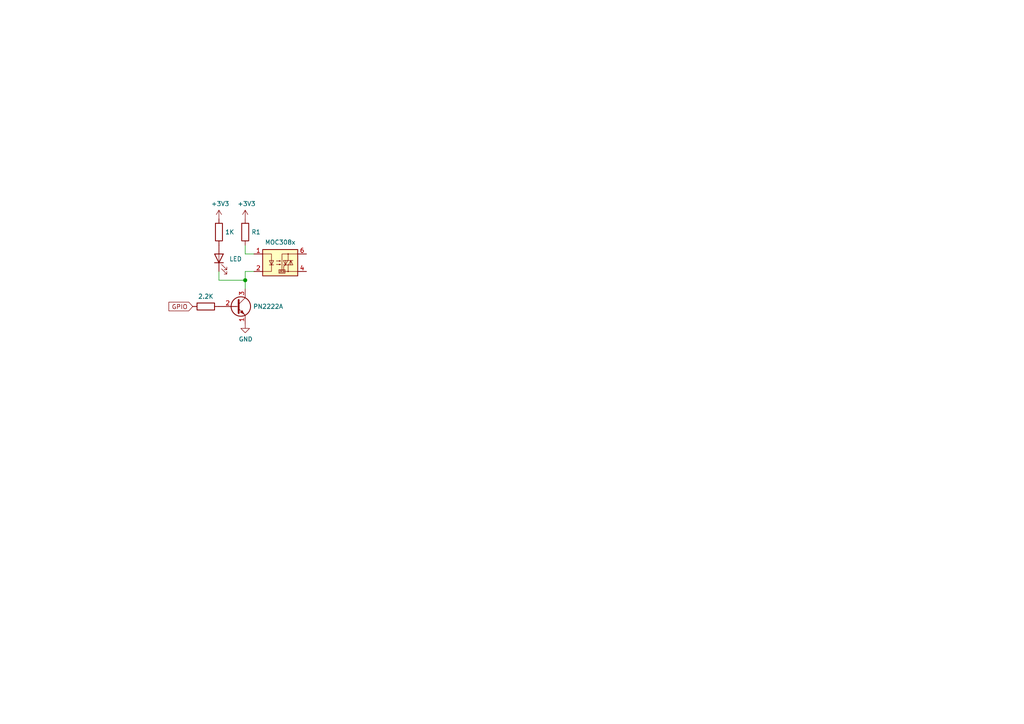
<source format=kicad_sch>
(kicad_sch (version 20211123) (generator eeschema)
  (paper "A4")
  (lib_symbols
    (symbol "Device:LED" (pin_numbers hide) (pin_names (offset 1.016) hide)
      (property "Reference" "D" (at 0 2.54 0))
      (property "Value" "LED" (at 0 -2.54 0))
      (symbol "LED_0_1"
        (polyline (pts (xy -1.27 -1.27) (xy -1.27 1.27)) (stroke (width 0.254)))
        (polyline (pts (xy -1.27 0) (xy 1.27 0)))
        (polyline (pts (xy 1.27 -1.27) (xy 1.27 1.27) (xy -1.27 0) (xy 1.27 -1.27)) (stroke (width 0.254)))
        (polyline (pts (xy -3.048 -0.762) (xy -4.572 -2.286) (xy -3.81 -2.286) (xy -4.572 -2.286) (xy -4.572 -1.524)))
        (polyline (pts (xy -1.778 -0.762) (xy -3.302 -2.286) (xy -2.54 -2.286) (xy -3.302 -2.286) (xy -3.302 -1.524)))
      )
      (symbol "LED_1_1"
        (pin passive line (at -3.81 0 0) (length 2.54) (name "K") (number "1"))
        (pin passive line (at 3.81 0 180) (length 2.54) (name "A") (number "2"))
      )
    )
    (symbol "Device:R" (pin_numbers hide) (pin_names (offset 0))
      (property "Reference" "R" (at 2.032 0 90))
      (property "Value" "R" (at 0 0 90))
      (symbol "R_0_1"
        (rectangle (start -1.016 -2.54) (end 1.016 2.54) (stroke (width 0.254)))
      )
      (symbol "R_1_1"
        (pin passive line (at 0 3.81 270) (length 1.27) (name "~") (number "1"))
        (pin passive line (at 0 -3.81 90) (length 1.27) (name "~") (number "2"))
      )
    )
    (symbol "Relay_SolidState:MOC3083M"
      (property "Reference" "U" (at -5.08 5.08 0))
      (property "Value" "MOC3083M" (at 0 5.08 0))
      (symbol "MOC3083M_0_0"
        (rectangle (start -0.381 -2.032) (end 1.397 -3.048))
        (polyline (pts (xy 2.286 -2.54) (xy 1.397 -2.54)))
        (polyline (pts (xy 1.524 -0.635) (xy 1.016 -1.016) (xy 1.016 -2.032)))
        (text "ZCD" (at 0.508 -2.54 0) (effects (font (size 0.508 0.508))))
      )
      (symbol "MOC3083M_0_1"
        (rectangle (start -5.08 3.81) (end 5.08 -3.81) (stroke (width 0.254)) (fill (type background)))
        (polyline (pts (xy -3.175 -0.635) (xy -1.905 -0.635)))
        (polyline (pts (xy 1.524 -0.635) (xy 1.524 0.635)))
        (polyline (pts (xy 3.048 0.635) (xy 3.048 -0.635)))
        (polyline (pts (xy 2.286 -0.635) (xy 2.286 -2.54) (xy 5.08 -2.54)))
        (polyline (pts (xy 2.286 0.635) (xy 2.286 2.54) (xy 5.08 2.54)))
        (polyline (pts (xy 2.286 2.54) (xy 0.508 2.54) (xy 0.508 -2.032)))
        (polyline (pts (xy -5.08 2.54) (xy -2.54 2.54) (xy -2.54 -2.54) (xy -5.08 -2.54)))
        (polyline (pts (xy -2.54 -0.635) (xy -3.175 0.635) (xy -1.905 0.635) (xy -2.54 -0.635)))
        (polyline (pts (xy 0.889 -0.635) (xy 3.683 -0.635) (xy 3.048 0.635) (xy 2.413 -0.635)))
        (polyline (pts (xy 3.683 0.635) (xy 0.889 0.635) (xy 1.524 -0.635) (xy 2.159 0.635)))
        (polyline (pts (xy -1.143 -0.508) (xy 0.127 -0.508) (xy -0.254 -0.635) (xy -0.254 -0.381) (xy 0.127 -0.508)))
        (polyline (pts (xy -1.143 0.508) (xy 0.127 0.508) (xy -0.254 0.381) (xy -0.254 0.635) (xy 0.127 0.508)))
        (circle (center 2.286 -2.54) (radius 0.127))
        (circle (center 2.286 2.54) (radius 0.127))
      )
      (symbol "MOC3083M_1_1"
        (pin passive line (at -7.62 2.54 0) (length 2.54) (name "~") (number "1"))
        (pin passive line (at -7.62 -2.54 0) (length 2.54) (name "~") (number "2"))
        (pin no_connect line (at -5.08 0 0) (length 2.54) hide (name "NC") (number "3"))
        (pin passive line (at 7.62 -2.54 180) (length 2.54) (name "~") (number "4"))
        (pin no_connect line (at 5.08 0 180) (length 2.54) hide (name "NC") (number "5"))
        (pin passive line (at 7.62 2.54 180) (length 2.54) (name "~") (number "6"))
      )
    )
    (symbol "Transistor_BJT:PN2222A" (pin_names (offset 0) hide)
      (property "Reference" "Q" (at 5.08 1.905 0))
      (property "Value" "PN2222A" (at 5.08 0 0))
      (symbol "PN2222A_0_1"
        (polyline (pts (xy 0 0) (xy 0.635 0)))
        (polyline (pts (xy 2.54 -2.54) (xy 0.635 -0.635)))
        (polyline (pts (xy 2.54 2.54) (xy 0.635 0.635)))
        (polyline (pts (xy 0.635 1.905) (xy 0.635 -1.905) (xy 0.635 -1.905)) (stroke (width 0.508)))
        (polyline (pts (xy 2.413 -2.413) (xy 1.905 -1.905) (xy 1.905 -1.905)))
        (polyline (pts (xy 1.143 -1.651) (xy 1.651 -1.143) (xy 2.159 -2.159) (xy 1.143 -1.651) (xy 1.143 -1.651)) (fill (type outline)))
        (circle (center 1.27 0) (radius 2.8194) (stroke (width 0.254)))
      )
      (symbol "PN2222A_1_1"
        (pin passive line (at 2.54 -5.08 90) (length 2.54) (name "E") (number "1"))
        (pin input line (at -5.08 0 0) (length 5.08) (name "B") (number "2"))
        (pin passive line (at 2.54 5.08 270) (length 2.54) (name "C") (number "3"))
      )
    )
    (symbol "power:+3.3V" (power) (pin_names (offset 0))
      (property "Value" "+3.3V" (at 0 3.556 0))
      (symbol "+3.3V_0_1"
        (polyline (pts (xy -0.762 1.27) (xy 0 2.54)))
        (polyline (pts (xy 0 0) (xy 0 2.54)))
        (polyline (pts (xy 0 2.54) (xy 0.762 1.27)))
      )
      (symbol "+3.3V_1_1"
        (pin power_in line (at 0 0 90) (length 0) hide (name "+3V3") (number "1"))
      )
    )
    (symbol "power:GND" (power) (pin_names (offset 0))
      (property "Value" "GND" (at 0 -3.81 0))
      (symbol "GND_0_1"
        (polyline (pts (xy 0 0) (xy 0 -1.27) (xy 1.27 -1.27) (xy 0 -2.54) (xy -1.27 -1.27) (xy 0 -1.27)))
      )
      (symbol "GND_1_1"
        (pin power_in line (at 0 0 270) (length 0) hide (name "GND") (number "1"))
      )
    )
  )
  (junction (at 71.12 81.28) (diameter 1.016))
  (wire (pts (xy 71.12 83.82) (xy 71.12 81.28)))
  (wire (pts (xy 73.66 73.66) (xy 71.12 73.66)))
  (wire (pts (xy 63.5 78.74) (xy 63.5 81.28)))
  (wire (pts (xy 71.12 81.28) (xy 71.12 78.74)))
  (wire (pts (xy 63.5 81.28) (xy 71.12 81.28)))
  (wire (pts (xy 71.12 78.74) (xy 73.66 78.74)))
  (wire (pts (xy 71.12 73.66) (xy 71.12 71.12)))
  (global_label "GPIO" (shape input) (at 55.88 88.9 180) (property "Intersheet References" "${INTERSHEET_REFS}" (effects hide)))
  (symbol (lib_id "Relay_SolidState:MOC3083M") (at 81.28 76.2 0) (unit 1)
    (property "Reference" "U?" (effects hide))
    (property "Value" "MOC308x" (at 81.28 70.2818 0))
    (property "Datasheet" "https://www.onsemi.com/pub/Collateral/MOC3083M-D.PDF" (effects hide))
  )
  (symbol (lib_id "Device:R") (at 71.12 67.31 0) (unit 1)
    (property "Reference" "R1" (at 72.898 67.31 0) (effects (justify left)))
    (property "Value" "220" (effects hide))
  )
  (symbol (lib_id "power:+3.3V") (at 71.12 63.5 0) (unit 1)
    (property "Reference" "#PWR?" (effects hide))
    (property "Value" "+3.3V" (at 71.501 59.1058 0))
  )
  (symbol (lib_id "Device:R") (at 63.5 67.31 0) (unit 1)
    (property "Reference" "R?" (effects hide))
    (property "Value" "1K" (at 65.278 67.31 0) (effects (justify left)))
  )
  (symbol (lib_id "Device:LED") (at 63.5 74.93 90) (unit 1)
    (property "Reference" "D?" (effects hide))
    (property "Value" "LED" (at 66.4972 75.1078 90) (effects (justify right)))
  )
  (symbol (lib_id "power:+3.3V") (at 63.5 63.5 0) (unit 1)
    (property "Reference" "#PWR?" (effects hide))
    (property "Value" "+3.3V" (at 63.881 59.1058 0))
  )
  (symbol (lib_id "Transistor_BJT:PN2222A") (at 68.58 88.9 0) (unit 1)
    (property "Reference" "Q?" (effects hide))
    (property "Value" "PN2222A" (at 73.406 88.9 0) (effects (justify left)))
    (property "Footprint" "Package_TO_SOT_THT:TO-92_Inline" (effects hide))
    (property "Datasheet" "https://www.onsemi.com/pub/Collateral/PN2222-D.PDF" (effects hide))
  )
  (symbol (lib_id "power:GND") (at 71.12 93.98 0) (unit 1)
    (property "Reference" "#PWR?" (effects hide))
    (property "Value" "GND" (at 71.247 98.3742 0))
  )
  (symbol (lib_id "Device:R") (at 59.69 88.9 270) (unit 1)
    (property "Reference" "R?" (effects hide))
    (property "Value" "2.2K" (at 59.69 85.979 90))
  )
)
</source>
